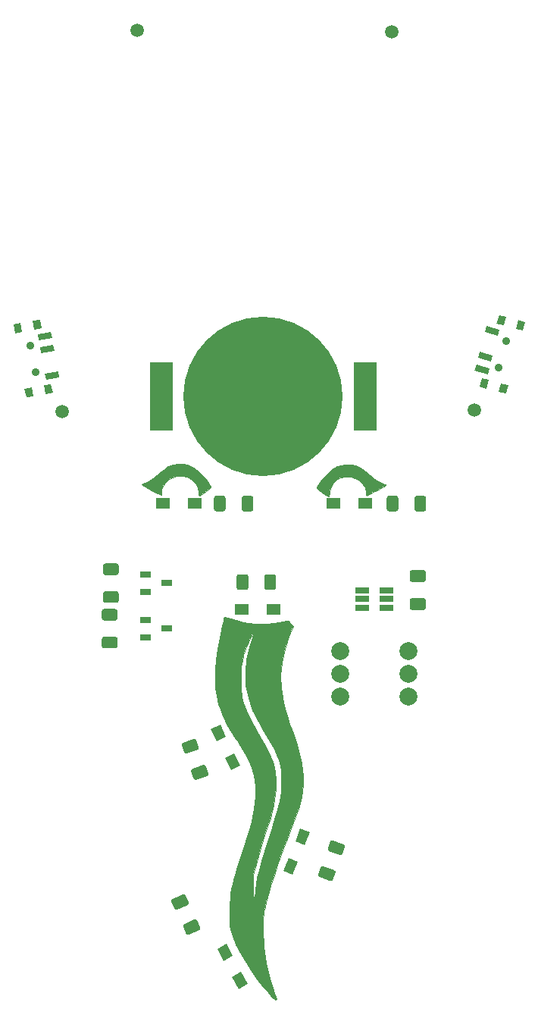
<source format=gbr>
%TF.GenerationSoftware,KiCad,Pcbnew,(5.1.8)-1*%
%TF.CreationDate,2021-11-12T17:25:14-08:00*%
%TF.ProjectId,Krampus,4b72616d-7075-4732-9e6b-696361645f70,rev?*%
%TF.SameCoordinates,Original*%
%TF.FileFunction,Soldermask,Bot*%
%TF.FilePolarity,Negative*%
%FSLAX46Y46*%
G04 Gerber Fmt 4.6, Leading zero omitted, Abs format (unit mm)*
G04 Created by KiCad (PCBNEW (5.1.8)-1) date 2021-11-12 17:25:14*
%MOMM*%
%LPD*%
G01*
G04 APERTURE LIST*
%ADD10C,0.010000*%
%ADD11C,2.000000*%
%ADD12C,0.100000*%
%ADD13C,0.900000*%
%ADD14C,17.800000*%
%ADD15R,2.540000X7.620000*%
%ADD16R,1.524000X1.143000*%
%ADD17R,1.560000X0.650000*%
%ADD18C,1.500000*%
%ADD19R,1.200000X0.800000*%
G04 APERTURE END LIST*
D10*
%TO.C,G3*%
G36*
X62277065Y-82467110D02*
G01*
X62899526Y-82625289D01*
X63485585Y-82935608D01*
X64058442Y-83411741D01*
X64641297Y-84067362D01*
X64885016Y-84386430D01*
X65107517Y-84695442D01*
X65222337Y-84889540D01*
X65244933Y-85015444D01*
X65190765Y-85119878D01*
X65145145Y-85172669D01*
X64979231Y-85320254D01*
X64723336Y-85512164D01*
X64434481Y-85709986D01*
X64169684Y-85875303D01*
X63985967Y-85969701D01*
X63948305Y-85979000D01*
X63903960Y-85889535D01*
X63881634Y-85669328D01*
X63881000Y-85620136D01*
X63785655Y-85075303D01*
X63521134Y-84586708D01*
X63119710Y-84183959D01*
X62613653Y-83896661D01*
X62035235Y-83754422D01*
X61836373Y-83744366D01*
X61462294Y-83800015D01*
X61016188Y-83946543D01*
X60587412Y-84151358D01*
X60407079Y-84265699D01*
X60148669Y-84525824D01*
X59930359Y-84878121D01*
X59785959Y-85251248D01*
X59749280Y-85573860D01*
X59759387Y-85632428D01*
X59769392Y-85826017D01*
X59707026Y-85877400D01*
X59577450Y-85831662D01*
X59309094Y-85707163D01*
X58941275Y-85522973D01*
X58517801Y-85300573D01*
X58068438Y-85056801D01*
X57777252Y-84888249D01*
X57621961Y-84776731D01*
X57580282Y-84704064D01*
X57629932Y-84652062D01*
X57689910Y-84624955D01*
X58302883Y-84355276D01*
X58797694Y-84070438D01*
X59256169Y-83719290D01*
X59522469Y-83479381D01*
X59990031Y-83062842D01*
X60381330Y-82777351D01*
X60748874Y-82596761D01*
X61145169Y-82494930D01*
X61595000Y-82447397D01*
X62277065Y-82467110D01*
G37*
X62277065Y-82467110D02*
X62899526Y-82625289D01*
X63485585Y-82935608D01*
X64058442Y-83411741D01*
X64641297Y-84067362D01*
X64885016Y-84386430D01*
X65107517Y-84695442D01*
X65222337Y-84889540D01*
X65244933Y-85015444D01*
X65190765Y-85119878D01*
X65145145Y-85172669D01*
X64979231Y-85320254D01*
X64723336Y-85512164D01*
X64434481Y-85709986D01*
X64169684Y-85875303D01*
X63985967Y-85969701D01*
X63948305Y-85979000D01*
X63903960Y-85889535D01*
X63881634Y-85669328D01*
X63881000Y-85620136D01*
X63785655Y-85075303D01*
X63521134Y-84586708D01*
X63119710Y-84183959D01*
X62613653Y-83896661D01*
X62035235Y-83754422D01*
X61836373Y-83744366D01*
X61462294Y-83800015D01*
X61016188Y-83946543D01*
X60587412Y-84151358D01*
X60407079Y-84265699D01*
X60148669Y-84525824D01*
X59930359Y-84878121D01*
X59785959Y-85251248D01*
X59749280Y-85573860D01*
X59759387Y-85632428D01*
X59769392Y-85826017D01*
X59707026Y-85877400D01*
X59577450Y-85831662D01*
X59309094Y-85707163D01*
X58941275Y-85522973D01*
X58517801Y-85300573D01*
X58068438Y-85056801D01*
X57777252Y-84888249D01*
X57621961Y-84776731D01*
X57580282Y-84704064D01*
X57629932Y-84652062D01*
X57689910Y-84624955D01*
X58302883Y-84355276D01*
X58797694Y-84070438D01*
X59256169Y-83719290D01*
X59522469Y-83479381D01*
X59990031Y-83062842D01*
X60381330Y-82777351D01*
X60748874Y-82596761D01*
X61145169Y-82494930D01*
X61595000Y-82447397D01*
X62277065Y-82467110D01*
G36*
X81436250Y-82620838D02*
G01*
X81885926Y-82805223D01*
X82347102Y-83115850D01*
X82826337Y-83530140D01*
X83559707Y-84120151D01*
X84307873Y-84536630D01*
X84756800Y-84706436D01*
X84803978Y-84754546D01*
X84733121Y-84843266D01*
X84526368Y-84985579D01*
X84165855Y-85194470D01*
X83842400Y-85371136D01*
X83411365Y-85600525D01*
X83045097Y-85790104D01*
X82780503Y-85921148D01*
X82654489Y-85974930D01*
X82651600Y-85975329D01*
X82605542Y-85887034D01*
X82578439Y-85660099D01*
X82575400Y-85536824D01*
X82485758Y-85026439D01*
X82213537Y-84592412D01*
X81753796Y-84227825D01*
X81566475Y-84124800D01*
X80945089Y-83902084D01*
X80336768Y-83851407D01*
X79770627Y-83959398D01*
X79275783Y-84212689D01*
X78881351Y-84597910D01*
X78616448Y-85101691D01*
X78523162Y-85522234D01*
X78460600Y-86077330D01*
X77952600Y-85785949D01*
X77633287Y-85584782D01*
X77363012Y-85383555D01*
X77252350Y-85281017D01*
X77144988Y-85147079D01*
X77124068Y-85029616D01*
X77199044Y-84863853D01*
X77346754Y-84634303D01*
X77700136Y-84162336D01*
X78127895Y-83684118D01*
X78576208Y-83254095D01*
X78991254Y-82926717D01*
X79107709Y-82852846D01*
X79427269Y-82697963D01*
X79783280Y-82603670D01*
X80251701Y-82551205D01*
X80355436Y-82544661D01*
X80944083Y-82541161D01*
X81436250Y-82620838D01*
G37*
X81436250Y-82620838D02*
X81885926Y-82805223D01*
X82347102Y-83115850D01*
X82826337Y-83530140D01*
X83559707Y-84120151D01*
X84307873Y-84536630D01*
X84756800Y-84706436D01*
X84803978Y-84754546D01*
X84733121Y-84843266D01*
X84526368Y-84985579D01*
X84165855Y-85194470D01*
X83842400Y-85371136D01*
X83411365Y-85600525D01*
X83045097Y-85790104D01*
X82780503Y-85921148D01*
X82654489Y-85974930D01*
X82651600Y-85975329D01*
X82605542Y-85887034D01*
X82578439Y-85660099D01*
X82575400Y-85536824D01*
X82485758Y-85026439D01*
X82213537Y-84592412D01*
X81753796Y-84227825D01*
X81566475Y-84124800D01*
X80945089Y-83902084D01*
X80336768Y-83851407D01*
X79770627Y-83959398D01*
X79275783Y-84212689D01*
X78881351Y-84597910D01*
X78616448Y-85101691D01*
X78523162Y-85522234D01*
X78460600Y-86077330D01*
X77952600Y-85785949D01*
X77633287Y-85584782D01*
X77363012Y-85383555D01*
X77252350Y-85281017D01*
X77144988Y-85147079D01*
X77124068Y-85029616D01*
X77199044Y-84863853D01*
X77346754Y-84634303D01*
X77700136Y-84162336D01*
X78127895Y-83684118D01*
X78576208Y-83254095D01*
X78991254Y-82926717D01*
X79107709Y-82852846D01*
X79427269Y-82697963D01*
X79783280Y-82603670D01*
X80251701Y-82551205D01*
X80355436Y-82544661D01*
X80944083Y-82541161D01*
X81436250Y-82620838D01*
G36*
X66891080Y-99519100D02*
G01*
X67135071Y-99589842D01*
X67473427Y-99703100D01*
X67559145Y-99733520D01*
X68905712Y-100116853D01*
X70272261Y-100313888D01*
X71632940Y-100323755D01*
X72961896Y-100145585D01*
X73753232Y-99941952D01*
X73942092Y-99987744D01*
X74173466Y-100218709D01*
X74181575Y-100229266D01*
X74440484Y-100568714D01*
X74086481Y-101509351D01*
X73565404Y-103102309D01*
X73230963Y-104616586D01*
X73082958Y-106053401D01*
X73121192Y-107413971D01*
X73123438Y-107436315D01*
X73191154Y-107987319D01*
X73286041Y-108543675D01*
X73416138Y-109135939D01*
X73589486Y-109794666D01*
X73814127Y-110550408D01*
X74098100Y-111433722D01*
X74449447Y-112475161D01*
X74449535Y-112475416D01*
X74798499Y-113524068D01*
X75071671Y-114422370D01*
X75276561Y-115205316D01*
X75420678Y-115907895D01*
X75511531Y-116565101D01*
X75556631Y-117211924D01*
X75565000Y-117673042D01*
X75549063Y-118327703D01*
X75496178Y-118956873D01*
X75398728Y-119590106D01*
X75249100Y-120256954D01*
X75039678Y-120986967D01*
X74762847Y-121809698D01*
X74410993Y-122754699D01*
X73976500Y-123851522D01*
X73966676Y-123875800D01*
X73561015Y-124911919D01*
X73144294Y-126038064D01*
X72732014Y-127208106D01*
X72339680Y-128375918D01*
X71982793Y-129495371D01*
X71676856Y-130520338D01*
X71440432Y-131392556D01*
X71307215Y-131934099D01*
X71213408Y-132368704D01*
X71152217Y-132755579D01*
X71116846Y-133153932D01*
X71100500Y-133622969D01*
X71096385Y-134221898D01*
X71096461Y-134389756D01*
X71179648Y-136318796D01*
X71428509Y-138156273D01*
X71848811Y-139936006D01*
X72255262Y-141185319D01*
X72404961Y-141601907D01*
X72524692Y-141941677D01*
X72599989Y-142163166D01*
X72618600Y-142226719D01*
X72535713Y-142261212D01*
X72467573Y-142265400D01*
X72344505Y-142191714D01*
X72126162Y-141991891D01*
X71845060Y-141697782D01*
X71578573Y-141394509D01*
X70711679Y-140318948D01*
X69913238Y-139224281D01*
X69198164Y-138135865D01*
X68581371Y-137079061D01*
X68077776Y-136079228D01*
X67702292Y-135161725D01*
X67489601Y-134442200D01*
X67405861Y-133910857D01*
X67356626Y-133238134D01*
X67341956Y-132482910D01*
X67361911Y-131704064D01*
X67416550Y-130960474D01*
X67485527Y-130429000D01*
X67573289Y-129928573D01*
X67673508Y-129440781D01*
X67795031Y-128933701D01*
X67946707Y-128375410D01*
X68137382Y-127733983D01*
X68375906Y-126977499D01*
X68671125Y-126074034D01*
X68801269Y-125681768D01*
X69036166Y-124962791D01*
X69265656Y-124236375D01*
X69475760Y-123548564D01*
X69652498Y-122945403D01*
X69781892Y-122472938D01*
X69812244Y-122351800D01*
X70102114Y-120917986D01*
X70243765Y-119601944D01*
X70233343Y-118378443D01*
X70066993Y-117222252D01*
X69740859Y-116108141D01*
X69251087Y-115010878D01*
X68593820Y-113905234D01*
X68500398Y-113766219D01*
X68206150Y-113333074D01*
X67891139Y-112868513D01*
X67621410Y-112469939D01*
X67611040Y-112454589D01*
X67231642Y-111830209D01*
X66852677Y-111096850D01*
X66509110Y-110330098D01*
X66235909Y-109605536D01*
X66126420Y-109245400D01*
X65923180Y-108356889D01*
X65793479Y-107453156D01*
X65738334Y-106507861D01*
X65749606Y-105948715D01*
X68616099Y-105948715D01*
X68616257Y-106502200D01*
X68625123Y-107182580D01*
X68647704Y-107710799D01*
X68688831Y-108137703D01*
X68753332Y-108514135D01*
X68841663Y-108874985D01*
X69136831Y-109749630D01*
X69573481Y-110740552D01*
X70142207Y-111827924D01*
X70667414Y-112723686D01*
X71202900Y-113620327D01*
X71627566Y-114390111D01*
X71953344Y-115068112D01*
X72192164Y-115689407D01*
X72355957Y-116289071D01*
X72456655Y-116902179D01*
X72506190Y-117563807D01*
X72517000Y-118161092D01*
X72505336Y-118769600D01*
X72465930Y-119349934D01*
X72392157Y-119933439D01*
X72277394Y-120551457D01*
X72115016Y-121235333D01*
X71898401Y-122016408D01*
X71620924Y-122926028D01*
X71298580Y-123926600D01*
X70939102Y-125038892D01*
X70645761Y-125982676D01*
X70412464Y-126779372D01*
X70233119Y-127450400D01*
X70101633Y-128017181D01*
X70032133Y-128378762D01*
X69996956Y-128687988D01*
X69974824Y-129097049D01*
X69965501Y-129553841D01*
X69968751Y-130006259D01*
X69984338Y-130402199D01*
X70012026Y-130689557D01*
X70043139Y-130806909D01*
X70114375Y-130822699D01*
X70181496Y-130669939D01*
X70235522Y-130383223D01*
X70267474Y-129997142D01*
X70269779Y-129933765D01*
X70323582Y-129387083D01*
X70454432Y-128669863D01*
X70658278Y-127797884D01*
X70931068Y-126786925D01*
X71268754Y-125652762D01*
X71667283Y-124411174D01*
X71755246Y-124147445D01*
X72112063Y-123072414D01*
X72404262Y-122160488D01*
X72638031Y-121384308D01*
X72819556Y-120716514D01*
X72955023Y-120129745D01*
X73050620Y-119596643D01*
X73112533Y-119089848D01*
X73146950Y-118581999D01*
X73160056Y-118045736D01*
X73160665Y-117932200D01*
X73148386Y-117259920D01*
X73100320Y-116654543D01*
X73005643Y-116085283D01*
X72853533Y-115521355D01*
X72633164Y-114931973D01*
X72333714Y-114286353D01*
X71944359Y-113553709D01*
X71454275Y-112703255D01*
X71133885Y-112167530D01*
X70800965Y-111604796D01*
X70486294Y-111052598D01*
X70213346Y-110553648D01*
X70005599Y-110150660D01*
X69902717Y-109927512D01*
X69445849Y-108556997D01*
X69181522Y-107144059D01*
X69109731Y-105711209D01*
X69230474Y-104280961D01*
X69543744Y-102875826D01*
X69904215Y-101854000D01*
X70023418Y-101537593D01*
X70087718Y-101310100D01*
X70083776Y-101219126D01*
X70082147Y-101219000D01*
X69985158Y-101308768D01*
X69838016Y-101553207D01*
X69657191Y-101915019D01*
X69459148Y-102356907D01*
X69260355Y-102841571D01*
X69077280Y-103331715D01*
X68926390Y-103790040D01*
X68887052Y-103925837D01*
X68777366Y-104340314D01*
X68701098Y-104695895D01*
X68652577Y-105046525D01*
X68626134Y-105446151D01*
X68616099Y-105948715D01*
X65749606Y-105948715D01*
X65758761Y-105494667D01*
X65855776Y-104387236D01*
X66030394Y-103159229D01*
X66283631Y-101784308D01*
X66443866Y-101015800D01*
X66557027Y-100496500D01*
X66656271Y-100052278D01*
X66733423Y-99718873D01*
X66780306Y-99532026D01*
X66789464Y-99505121D01*
X66891080Y-99519100D01*
G37*
X66891080Y-99519100D02*
X67135071Y-99589842D01*
X67473427Y-99703100D01*
X67559145Y-99733520D01*
X68905712Y-100116853D01*
X70272261Y-100313888D01*
X71632940Y-100323755D01*
X72961896Y-100145585D01*
X73753232Y-99941952D01*
X73942092Y-99987744D01*
X74173466Y-100218709D01*
X74181575Y-100229266D01*
X74440484Y-100568714D01*
X74086481Y-101509351D01*
X73565404Y-103102309D01*
X73230963Y-104616586D01*
X73082958Y-106053401D01*
X73121192Y-107413971D01*
X73123438Y-107436315D01*
X73191154Y-107987319D01*
X73286041Y-108543675D01*
X73416138Y-109135939D01*
X73589486Y-109794666D01*
X73814127Y-110550408D01*
X74098100Y-111433722D01*
X74449447Y-112475161D01*
X74449535Y-112475416D01*
X74798499Y-113524068D01*
X75071671Y-114422370D01*
X75276561Y-115205316D01*
X75420678Y-115907895D01*
X75511531Y-116565101D01*
X75556631Y-117211924D01*
X75565000Y-117673042D01*
X75549063Y-118327703D01*
X75496178Y-118956873D01*
X75398728Y-119590106D01*
X75249100Y-120256954D01*
X75039678Y-120986967D01*
X74762847Y-121809698D01*
X74410993Y-122754699D01*
X73976500Y-123851522D01*
X73966676Y-123875800D01*
X73561015Y-124911919D01*
X73144294Y-126038064D01*
X72732014Y-127208106D01*
X72339680Y-128375918D01*
X71982793Y-129495371D01*
X71676856Y-130520338D01*
X71440432Y-131392556D01*
X71307215Y-131934099D01*
X71213408Y-132368704D01*
X71152217Y-132755579D01*
X71116846Y-133153932D01*
X71100500Y-133622969D01*
X71096385Y-134221898D01*
X71096461Y-134389756D01*
X71179648Y-136318796D01*
X71428509Y-138156273D01*
X71848811Y-139936006D01*
X72255262Y-141185319D01*
X72404961Y-141601907D01*
X72524692Y-141941677D01*
X72599989Y-142163166D01*
X72618600Y-142226719D01*
X72535713Y-142261212D01*
X72467573Y-142265400D01*
X72344505Y-142191714D01*
X72126162Y-141991891D01*
X71845060Y-141697782D01*
X71578573Y-141394509D01*
X70711679Y-140318948D01*
X69913238Y-139224281D01*
X69198164Y-138135865D01*
X68581371Y-137079061D01*
X68077776Y-136079228D01*
X67702292Y-135161725D01*
X67489601Y-134442200D01*
X67405861Y-133910857D01*
X67356626Y-133238134D01*
X67341956Y-132482910D01*
X67361911Y-131704064D01*
X67416550Y-130960474D01*
X67485527Y-130429000D01*
X67573289Y-129928573D01*
X67673508Y-129440781D01*
X67795031Y-128933701D01*
X67946707Y-128375410D01*
X68137382Y-127733983D01*
X68375906Y-126977499D01*
X68671125Y-126074034D01*
X68801269Y-125681768D01*
X69036166Y-124962791D01*
X69265656Y-124236375D01*
X69475760Y-123548564D01*
X69652498Y-122945403D01*
X69781892Y-122472938D01*
X69812244Y-122351800D01*
X70102114Y-120917986D01*
X70243765Y-119601944D01*
X70233343Y-118378443D01*
X70066993Y-117222252D01*
X69740859Y-116108141D01*
X69251087Y-115010878D01*
X68593820Y-113905234D01*
X68500398Y-113766219D01*
X68206150Y-113333074D01*
X67891139Y-112868513D01*
X67621410Y-112469939D01*
X67611040Y-112454589D01*
X67231642Y-111830209D01*
X66852677Y-111096850D01*
X66509110Y-110330098D01*
X66235909Y-109605536D01*
X66126420Y-109245400D01*
X65923180Y-108356889D01*
X65793479Y-107453156D01*
X65738334Y-106507861D01*
X65749606Y-105948715D01*
X68616099Y-105948715D01*
X68616257Y-106502200D01*
X68625123Y-107182580D01*
X68647704Y-107710799D01*
X68688831Y-108137703D01*
X68753332Y-108514135D01*
X68841663Y-108874985D01*
X69136831Y-109749630D01*
X69573481Y-110740552D01*
X70142207Y-111827924D01*
X70667414Y-112723686D01*
X71202900Y-113620327D01*
X71627566Y-114390111D01*
X71953344Y-115068112D01*
X72192164Y-115689407D01*
X72355957Y-116289071D01*
X72456655Y-116902179D01*
X72506190Y-117563807D01*
X72517000Y-118161092D01*
X72505336Y-118769600D01*
X72465930Y-119349934D01*
X72392157Y-119933439D01*
X72277394Y-120551457D01*
X72115016Y-121235333D01*
X71898401Y-122016408D01*
X71620924Y-122926028D01*
X71298580Y-123926600D01*
X70939102Y-125038892D01*
X70645761Y-125982676D01*
X70412464Y-126779372D01*
X70233119Y-127450400D01*
X70101633Y-128017181D01*
X70032133Y-128378762D01*
X69996956Y-128687988D01*
X69974824Y-129097049D01*
X69965501Y-129553841D01*
X69968751Y-130006259D01*
X69984338Y-130402199D01*
X70012026Y-130689557D01*
X70043139Y-130806909D01*
X70114375Y-130822699D01*
X70181496Y-130669939D01*
X70235522Y-130383223D01*
X70267474Y-129997142D01*
X70269779Y-129933765D01*
X70323582Y-129387083D01*
X70454432Y-128669863D01*
X70658278Y-127797884D01*
X70931068Y-126786925D01*
X71268754Y-125652762D01*
X71667283Y-124411174D01*
X71755246Y-124147445D01*
X72112063Y-123072414D01*
X72404262Y-122160488D01*
X72638031Y-121384308D01*
X72819556Y-120716514D01*
X72955023Y-120129745D01*
X73050620Y-119596643D01*
X73112533Y-119089848D01*
X73146950Y-118581999D01*
X73160056Y-118045736D01*
X73160665Y-117932200D01*
X73148386Y-117259920D01*
X73100320Y-116654543D01*
X73005643Y-116085283D01*
X72853533Y-115521355D01*
X72633164Y-114931973D01*
X72333714Y-114286353D01*
X71944359Y-113553709D01*
X71454275Y-112703255D01*
X71133885Y-112167530D01*
X70800965Y-111604796D01*
X70486294Y-111052598D01*
X70213346Y-110553648D01*
X70005599Y-110150660D01*
X69902717Y-109927512D01*
X69445849Y-108556997D01*
X69181522Y-107144059D01*
X69109731Y-105711209D01*
X69230474Y-104280961D01*
X69543744Y-102875826D01*
X69904215Y-101854000D01*
X70023418Y-101537593D01*
X70087718Y-101310100D01*
X70083776Y-101219126D01*
X70082147Y-101219000D01*
X69985158Y-101308768D01*
X69838016Y-101553207D01*
X69657191Y-101915019D01*
X69459148Y-102356907D01*
X69260355Y-102841571D01*
X69077280Y-103331715D01*
X68926390Y-103790040D01*
X68887052Y-103925837D01*
X68777366Y-104340314D01*
X68701098Y-104695895D01*
X68652577Y-105046525D01*
X68626134Y-105446151D01*
X68616099Y-105948715D01*
X65749606Y-105948715D01*
X65758761Y-105494667D01*
X65855776Y-104387236D01*
X66030394Y-103159229D01*
X66283631Y-101784308D01*
X66443866Y-101015800D01*
X66557027Y-100496500D01*
X66656271Y-100052278D01*
X66733423Y-99718873D01*
X66780306Y-99532026D01*
X66789464Y-99505121D01*
X66891080Y-99519100D01*
%TD*%
D11*
%TO.C,J1*%
X87376000Y-103378000D03*
X79756000Y-103378000D03*
X87376000Y-105918000D03*
X79756000Y-105918000D03*
X87376000Y-108458000D03*
X79756000Y-108458000D03*
%TD*%
D12*
%TO.C,SW1*%
G36*
X47602713Y-74494048D02*
G01*
X46814867Y-74632966D01*
X46641219Y-73648158D01*
X47429065Y-73509240D01*
X47602713Y-74494048D01*
G37*
G36*
X46335081Y-67304951D02*
G01*
X45547235Y-67443869D01*
X45373587Y-66459061D01*
X46161433Y-66320143D01*
X46335081Y-67304951D01*
G37*
G36*
X44158656Y-67688714D02*
G01*
X43370810Y-67827632D01*
X43197162Y-66842824D01*
X43985008Y-66703906D01*
X44158656Y-67688714D01*
G37*
G36*
X45426288Y-74877810D02*
G01*
X44638442Y-75016728D01*
X44464794Y-74031920D01*
X45252640Y-73893002D01*
X45426288Y-74877810D01*
G37*
G36*
X47536950Y-68362313D02*
G01*
X46059738Y-68622785D01*
X45938184Y-67933419D01*
X47415396Y-67672947D01*
X47536950Y-68362313D01*
G37*
G36*
X47797422Y-69839524D02*
G01*
X46320210Y-70099996D01*
X46198656Y-69410630D01*
X47675868Y-69150158D01*
X47797422Y-69839524D01*
G37*
G36*
X48318366Y-72793948D02*
G01*
X46841154Y-73054420D01*
X46719600Y-72365054D01*
X48196812Y-72104582D01*
X48318366Y-72793948D01*
G37*
D13*
X45134541Y-69192092D03*
X45655486Y-72146516D03*
%TD*%
D14*
%TO.C,BT1*%
X71120000Y-74930000D03*
D15*
X82520000Y-74930000D03*
X59720000Y-74930000D03*
%TD*%
D16*
%TO.C,D3*%
X72263000Y-98679000D03*
X68707000Y-98679000D03*
%TD*%
D12*
%TO.C,D4*%
G36*
X66979852Y-112935240D02*
G01*
X65952530Y-113436298D01*
X65284452Y-112066536D01*
X66311774Y-111565478D01*
X66979852Y-112935240D01*
G37*
G36*
X68538700Y-116131352D02*
G01*
X67511378Y-116632410D01*
X66843300Y-115262648D01*
X67870622Y-114761590D01*
X68538700Y-116131352D01*
G37*
%TD*%
%TO.C,D5*%
G36*
X67718622Y-137391622D02*
G01*
X66709413Y-137928228D01*
X65993938Y-136582616D01*
X67003147Y-136046010D01*
X67718622Y-137391622D01*
G37*
G36*
X69388062Y-140531384D02*
G01*
X68378853Y-141067990D01*
X67663378Y-139722378D01*
X68672587Y-139185772D01*
X69388062Y-140531384D01*
G37*
%TD*%
%TO.C,D6*%
G36*
X73940473Y-126461018D02*
G01*
X75000244Y-126889194D01*
X74429343Y-128302222D01*
X73369572Y-127874046D01*
X73940473Y-126461018D01*
G37*
G36*
X75272575Y-123163952D02*
G01*
X76332346Y-123592128D01*
X75761445Y-125005156D01*
X74701674Y-124576980D01*
X75272575Y-123163952D01*
G37*
%TD*%
D16*
%TO.C,D2*%
X78994000Y-86868000D03*
X82550000Y-86868000D03*
%TD*%
%TO.C,D1*%
X59944000Y-86868000D03*
X63500000Y-86868000D03*
%TD*%
%TO.C,R3*%
G36*
G01*
X54727000Y-94858000D02*
X53477000Y-94858000D01*
G75*
G02*
X53227000Y-94608000I0J250000D01*
G01*
X53227000Y-93808000D01*
G75*
G02*
X53477000Y-93558000I250000J0D01*
G01*
X54727000Y-93558000D01*
G75*
G02*
X54977000Y-93808000I0J-250000D01*
G01*
X54977000Y-94608000D01*
G75*
G02*
X54727000Y-94858000I-250000J0D01*
G01*
G37*
G36*
G01*
X54727000Y-97958000D02*
X53477000Y-97958000D01*
G75*
G02*
X53227000Y-97708000I0J250000D01*
G01*
X53227000Y-96908000D01*
G75*
G02*
X53477000Y-96658000I250000J0D01*
G01*
X54727000Y-96658000D01*
G75*
G02*
X54977000Y-96908000I0J-250000D01*
G01*
X54977000Y-97708000D01*
G75*
G02*
X54727000Y-97958000I-250000J0D01*
G01*
G37*
%TD*%
%TO.C,R8*%
G36*
G01*
X54600000Y-99938000D02*
X53350000Y-99938000D01*
G75*
G02*
X53100000Y-99688000I0J250000D01*
G01*
X53100000Y-98888000D01*
G75*
G02*
X53350000Y-98638000I250000J0D01*
G01*
X54600000Y-98638000D01*
G75*
G02*
X54850000Y-98888000I0J-250000D01*
G01*
X54850000Y-99688000D01*
G75*
G02*
X54600000Y-99938000I-250000J0D01*
G01*
G37*
G36*
G01*
X54600000Y-103038000D02*
X53350000Y-103038000D01*
G75*
G02*
X53100000Y-102788000I0J250000D01*
G01*
X53100000Y-101988000D01*
G75*
G02*
X53350000Y-101738000I250000J0D01*
G01*
X54600000Y-101738000D01*
G75*
G02*
X54850000Y-101988000I0J-250000D01*
G01*
X54850000Y-102788000D01*
G75*
G02*
X54600000Y-103038000I-250000J0D01*
G01*
G37*
%TD*%
%TO.C,R1*%
G36*
G01*
X68718000Y-87493000D02*
X68718000Y-86243000D01*
G75*
G02*
X68968000Y-85993000I250000J0D01*
G01*
X69768000Y-85993000D01*
G75*
G02*
X70018000Y-86243000I0J-250000D01*
G01*
X70018000Y-87493000D01*
G75*
G02*
X69768000Y-87743000I-250000J0D01*
G01*
X68968000Y-87743000D01*
G75*
G02*
X68718000Y-87493000I0J250000D01*
G01*
G37*
G36*
G01*
X65618000Y-87493000D02*
X65618000Y-86243000D01*
G75*
G02*
X65868000Y-85993000I250000J0D01*
G01*
X66668000Y-85993000D01*
G75*
G02*
X66918000Y-86243000I0J-250000D01*
G01*
X66918000Y-87493000D01*
G75*
G02*
X66668000Y-87743000I-250000J0D01*
G01*
X65868000Y-87743000D01*
G75*
G02*
X65618000Y-87493000I0J250000D01*
G01*
G37*
%TD*%
%TO.C,R2*%
G36*
G01*
X88022000Y-87493000D02*
X88022000Y-86243000D01*
G75*
G02*
X88272000Y-85993000I250000J0D01*
G01*
X89072000Y-85993000D01*
G75*
G02*
X89322000Y-86243000I0J-250000D01*
G01*
X89322000Y-87493000D01*
G75*
G02*
X89072000Y-87743000I-250000J0D01*
G01*
X88272000Y-87743000D01*
G75*
G02*
X88022000Y-87493000I0J250000D01*
G01*
G37*
G36*
G01*
X84922000Y-87493000D02*
X84922000Y-86243000D01*
G75*
G02*
X85172000Y-85993000I250000J0D01*
G01*
X85972000Y-85993000D01*
G75*
G02*
X86222000Y-86243000I0J-250000D01*
G01*
X86222000Y-87493000D01*
G75*
G02*
X85972000Y-87743000I-250000J0D01*
G01*
X85172000Y-87743000D01*
G75*
G02*
X84922000Y-87493000I0J250000D01*
G01*
G37*
%TD*%
%TO.C,R5*%
G36*
G01*
X63779490Y-114383513D02*
X62604874Y-114811039D01*
G75*
G02*
X62284446Y-114661621I-85505J234923D01*
G01*
X62010830Y-113909867D01*
G75*
G02*
X62160248Y-113589439I234923J85505D01*
G01*
X63334864Y-113161913D01*
G75*
G02*
X63655292Y-113311331I85505J-234923D01*
G01*
X63928908Y-114063085D01*
G75*
G02*
X63779490Y-114383513I-234923J-85505D01*
G01*
G37*
G36*
G01*
X64839752Y-117296561D02*
X63665136Y-117724087D01*
G75*
G02*
X63344708Y-117574669I-85505J234923D01*
G01*
X63071092Y-116822915D01*
G75*
G02*
X63220510Y-116502487I234923J85505D01*
G01*
X64395126Y-116074961D01*
G75*
G02*
X64715554Y-116224379I85505J-234923D01*
G01*
X64989170Y-116976133D01*
G75*
G02*
X64839752Y-117296561I-234923J-85505D01*
G01*
G37*
%TD*%
%TO.C,R6*%
G36*
G01*
X62670087Y-131697181D02*
X61537202Y-132225454D01*
G75*
G02*
X61204970Y-132104532I-105655J226577D01*
G01*
X60866875Y-131379485D01*
G75*
G02*
X60987797Y-131047253I226577J105655D01*
G01*
X62120682Y-130518980D01*
G75*
G02*
X62452914Y-130639902I105655J-226577D01*
G01*
X62791009Y-131364949D01*
G75*
G02*
X62670087Y-131697181I-226577J-105655D01*
G01*
G37*
G36*
G01*
X63980203Y-134506735D02*
X62847318Y-135035008D01*
G75*
G02*
X62515086Y-134914086I-105655J226577D01*
G01*
X62176991Y-134189039D01*
G75*
G02*
X62297913Y-133856807I226577J105655D01*
G01*
X63430798Y-133328534D01*
G75*
G02*
X63763030Y-133449456I105655J-226577D01*
G01*
X64101125Y-134174503D01*
G75*
G02*
X63980203Y-134506735I-226577J-105655D01*
G01*
G37*
%TD*%
%TO.C,R7*%
G36*
G01*
X77867005Y-127377961D02*
X79041621Y-127805487D01*
G75*
G02*
X79191039Y-128125915I-85505J-234923D01*
G01*
X78917423Y-128877669D01*
G75*
G02*
X78596995Y-129027087I-234923J85505D01*
G01*
X77422379Y-128599561D01*
G75*
G02*
X77272961Y-128279133I85505J234923D01*
G01*
X77546577Y-127527379D01*
G75*
G02*
X77867005Y-127377961I234923J-85505D01*
G01*
G37*
G36*
G01*
X78927267Y-124464913D02*
X80101883Y-124892439D01*
G75*
G02*
X80251301Y-125212867I-85505J-234923D01*
G01*
X79977685Y-125964621D01*
G75*
G02*
X79657257Y-126114039I-234923J85505D01*
G01*
X78482641Y-125686513D01*
G75*
G02*
X78333223Y-125366085I85505J234923D01*
G01*
X78606839Y-124614331D01*
G75*
G02*
X78927267Y-124464913I234923J-85505D01*
G01*
G37*
%TD*%
%TO.C,R4*%
G36*
G01*
X71258000Y-96256000D02*
X71258000Y-95006000D01*
G75*
G02*
X71508000Y-94756000I250000J0D01*
G01*
X72308000Y-94756000D01*
G75*
G02*
X72558000Y-95006000I0J-250000D01*
G01*
X72558000Y-96256000D01*
G75*
G02*
X72308000Y-96506000I-250000J0D01*
G01*
X71508000Y-96506000D01*
G75*
G02*
X71258000Y-96256000I0J250000D01*
G01*
G37*
G36*
G01*
X68158000Y-96256000D02*
X68158000Y-95006000D01*
G75*
G02*
X68408000Y-94756000I250000J0D01*
G01*
X69208000Y-94756000D01*
G75*
G02*
X69458000Y-95006000I0J-250000D01*
G01*
X69458000Y-96256000D01*
G75*
G02*
X69208000Y-96506000I-250000J0D01*
G01*
X68408000Y-96506000D01*
G75*
G02*
X68158000Y-96256000I0J250000D01*
G01*
G37*
%TD*%
D12*
%TO.C,SW2*%
G36*
X97470306Y-65790001D02*
G01*
X98243047Y-65997057D01*
X97984228Y-66962983D01*
X97211487Y-66755927D01*
X97470306Y-65790001D01*
G37*
G36*
X95580927Y-72841259D02*
G01*
X96353668Y-73048315D01*
X96094849Y-74014241D01*
X95322108Y-73807185D01*
X95580927Y-72841259D01*
G37*
G36*
X97715623Y-73413250D02*
G01*
X98488364Y-73620306D01*
X98229545Y-74586232D01*
X97456804Y-74379176D01*
X97715623Y-73413250D01*
G37*
G36*
X99605002Y-66361991D02*
G01*
X100377743Y-66569047D01*
X100118924Y-67534973D01*
X99346183Y-67327917D01*
X99605002Y-66361991D01*
G37*
G36*
X94938525Y-71375034D02*
G01*
X96387414Y-71763262D01*
X96206241Y-72439410D01*
X94757352Y-72051182D01*
X94938525Y-71375034D01*
G37*
G36*
X95326754Y-69926145D02*
G01*
X96775643Y-70314373D01*
X96594470Y-70990521D01*
X95145581Y-70602293D01*
X95326754Y-69926145D01*
G37*
G36*
X96103211Y-67028368D02*
G01*
X97552100Y-67416596D01*
X97370927Y-68092744D01*
X95922038Y-67704516D01*
X96103211Y-67028368D01*
G37*
D13*
X97466527Y-71638299D03*
X98242984Y-68740522D03*
%TD*%
D17*
%TO.C,U1*%
X84916000Y-97536000D03*
X84916000Y-98486000D03*
X84916000Y-96586000D03*
X82216000Y-96586000D03*
X82216000Y-97536000D03*
X82216000Y-98486000D03*
%TD*%
D18*
%TO.C,REF\u002A\u002A*%
X94742000Y-76454000D03*
%TD*%
%TO.C,REF\u002A\u002A*%
X48641000Y-76581000D03*
%TD*%
%TO.C,REF\u002A\u002A*%
X85471000Y-34163000D03*
%TD*%
%TO.C,REF\u002A\u002A*%
X57023000Y-34036000D03*
%TD*%
%TO.C,C1*%
G36*
G01*
X89042001Y-95620000D02*
X87741999Y-95620000D01*
G75*
G02*
X87492000Y-95370001I0J249999D01*
G01*
X87492000Y-94544999D01*
G75*
G02*
X87741999Y-94295000I249999J0D01*
G01*
X89042001Y-94295000D01*
G75*
G02*
X89292000Y-94544999I0J-249999D01*
G01*
X89292000Y-95370001D01*
G75*
G02*
X89042001Y-95620000I-249999J0D01*
G01*
G37*
G36*
G01*
X89042001Y-98745000D02*
X87741999Y-98745000D01*
G75*
G02*
X87492000Y-98495001I0J249999D01*
G01*
X87492000Y-97669999D01*
G75*
G02*
X87741999Y-97420000I249999J0D01*
G01*
X89042001Y-97420000D01*
G75*
G02*
X89292000Y-97669999I0J-249999D01*
G01*
X89292000Y-98495001D01*
G75*
G02*
X89042001Y-98745000I-249999J0D01*
G01*
G37*
%TD*%
D19*
%TO.C,Q1*%
X60382000Y-95758000D03*
X57982000Y-94808000D03*
X57982000Y-96708000D03*
%TD*%
%TO.C,Q2*%
X60382000Y-100838000D03*
X57982000Y-99888000D03*
X57982000Y-101788000D03*
%TD*%
M02*

</source>
